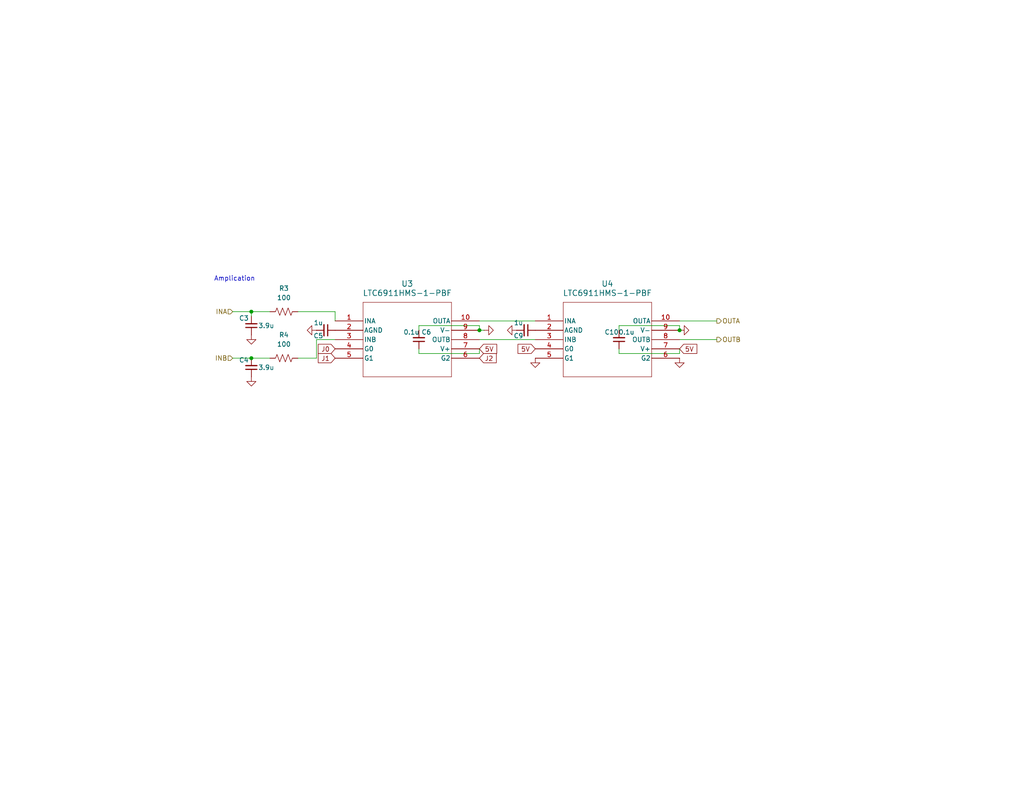
<source format=kicad_sch>
(kicad_sch (version 20231120) (generator "eeschema") (generator_version "8.0")
  (paper "USLetter")
  (title_block (title "Draco FT Amplifier and 24V Regulator ") (date "2024-11-15") (rev "1"))
  (lib_symbols
    (symbol "2024-11-14_19-40-47:LTC6911HMS-1-PBF" (pin_names (offset 0.254))
      (property "Reference" "U" (at 19.558 10.16 0))
      (property "Value" "LTC6911HMS-1-PBF" (at 19.558 7.112 0))
      (symbol "LTC6911HMS-1-PBF_1_1"
        (polyline (pts (xy 7.62 -15.24) (xy 31.75 -15.24)) (stroke (width 0.127)))
        (polyline (pts (xy 7.62 5.08) (xy 7.62 -15.24)) (stroke (width 0.127)))
        (polyline (pts (xy 31.75 -15.24) (xy 31.75 5.08)) (stroke (width 0.127)))
        (polyline (pts (xy 31.75 5.08) (xy 7.62 5.08)) (stroke (width 0.127)))
        (pin input line (at 0 0 0) (length 7.62) (name "INA") (number "1"))
        (pin output line (at 39.37 0 180) (length 7.62) (name "OUTA") (number "10"))
        (pin power_in line (at 0 -2.54 0) (length 7.62) (name "AGND") (number "2"))
        (pin input line (at 0 -5.08 0) (length 7.62) (name "INB") (number "3"))
        (pin input line (at 0 -7.62 0) (length 7.62) (name "G0") (number "4"))
        (pin input line (at 0 -10.16 0) (length 7.62) (name "G1") (number "5"))
        (pin input line (at 39.37 -10.16 180) (length 7.62) (name "G2") (number "6"))
        (pin power_in line (at 39.37 -7.62 180) (length 7.62) (name "V+") (number "7"))
        (pin output line (at 39.37 -5.08 180) (length 7.62) (name "OUTB") (number "8"))
        (pin power_in line (at 39.37 -2.54 180) (length 7.62) (name "V-") (number "9"))
      )
    )
    (symbol "Device:C_Small" (pin_numbers hide) (pin_names (offset 0.254) hide)
      (property "Reference" "C" (at 0.254 1.778 0))
      (property "Value" "C_Small" (at 0.254 -2.032 0))
      (symbol "C_Small_0_1"
        (polyline (pts (xy -1.524 -0.508) (xy 1.524 -0.508)) (stroke (width 0.3302)))
        (polyline (pts (xy -1.524 0.508) (xy 1.524 0.508)) (stroke (width 0.3048)))
      )
      (symbol "C_Small_1_1"
        (pin passive line (at 0 2.54 270) (length 2.032) (name "~") (number "1"))
        (pin passive line (at 0 -2.54 90) (length 2.032) (name "~") (number "2"))
      )
    )
    (symbol "Device:R_US" (pin_numbers hide) (pin_names (offset 0))
      (property "Reference" "R" (at 2.54 0 90))
      (property "Value" "R_US" (at -2.54 0 90))
      (symbol "R_US_0_1"
        (polyline (pts (xy 0 -2.286) (xy 0 -2.54)))
        (polyline (pts (xy 0 2.286) (xy 0 2.54)))
        (polyline (pts (xy 0 -0.762) (xy 1.016 -1.143) (xy 0 -1.524) (xy -1.016 -1.905) (xy 0 -2.286)))
        (polyline (pts (xy 0 0.762) (xy 1.016 0.381) (xy 0 0) (xy -1.016 -0.381) (xy 0 -0.762)))
        (polyline (pts (xy 0 2.286) (xy 1.016 1.905) (xy 0 1.524) (xy -1.016 1.143) (xy 0 0.762)))
      )
      (symbol "R_US_1_1"
        (pin passive line (at 0 3.81 270) (length 1.27) (name "~") (number "1"))
        (pin passive line (at 0 -3.81 90) (length 1.27) (name "~") (number "2"))
      )
    )
    (symbol "power:GND" (power) (pin_numbers hide) (pin_names (offset 0) hide)
      (property "Value" "GND" (at 0 -3.81 0))
      (symbol "GND_0_1"
        (polyline (pts (xy 0 0) (xy 0 -1.27) (xy 1.27 -1.27) (xy 0 -2.54) (xy -1.27 -1.27) (xy 0 -1.27)))
      )
      (symbol "GND_1_1"
        (pin power_in line (at 0 0 270) (length 0) (name "~") (number "1"))
      )
    )
  )
  (junction (at 68.58 97.79))
  (junction (at 185.42 90.17))
  (junction (at 130.81 90.17))
  (junction (at 68.58 85.09))
  (wire (pts (xy 114.3 96.52) (xy 114.3 95.25)))
  (wire (pts (xy 91.44 85.09) (xy 91.44 87.63)))
  (wire (pts (xy 114.3 88.9) (xy 130.81 88.9)))
  (wire (pts (xy 63.5 97.79) (xy 68.58 97.79)))
  (wire (pts (xy 130.81 90.17) (xy 132.08 90.17)))
  (wire (pts (xy 168.91 96.52) (xy 185.42 96.52)))
  (wire (pts (xy 114.3 96.52) (xy 130.81 96.52)))
  (wire (pts (xy 168.91 88.9) (xy 185.42 88.9)))
  (wire (pts (xy 130.81 87.63) (xy 146.05 87.63)))
  (wire (pts (xy 168.91 88.9) (xy 168.91 90.17)))
  (wire (pts (xy 73.66 85.09) (xy 68.58 85.09)))
  (wire (pts (xy 168.91 96.52) (xy 168.91 95.25)))
  (wire (pts (xy 81.28 97.79) (xy 86.36 97.79)))
  (wire (pts (xy 130.81 90.17) (xy 130.81 88.9)))
  (wire (pts (xy 114.3 88.9) (xy 114.3 90.17)))
  (wire (pts (xy 68.58 85.09) (xy 68.58 86.36)))
  (wire (pts (xy 185.42 92.71) (xy 195.58 92.71)))
  (wire (pts (xy 130.81 96.52) (xy 130.81 95.25)))
  (wire (pts (xy 68.58 97.79) (xy 73.66 97.79)))
  (wire (pts (xy 86.36 92.71) (xy 91.44 92.71)))
  (wire (pts (xy 185.42 96.52) (xy 185.42 95.25)))
  (wire (pts (xy 86.36 97.79) (xy 86.36 92.71)))
  (wire (pts (xy 81.28 85.09) (xy 91.44 85.09)))
  (wire (pts (xy 130.81 92.71) (xy 146.05 92.71)))
  (wire (pts (xy 68.58 85.09) (xy 63.5 85.09)))
  (wire (pts (xy 185.42 87.63) (xy 195.58 87.63)))
  (wire (pts (xy 185.42 88.9) (xy 185.42 90.17)))
  (text "Amplication" (at 64.008 76.2 0) (effects (font (size 1.27 1.27))))
  (global_label "5V" (shape input) (at 146.05 95.25 180) (property "Intersheetrefs" "${INTERSHEET_REFS}" (effects (hide yes))))
  (global_label "J1" (shape input) (at 91.44 97.79 180) (property "Intersheetrefs" "${INTERSHEET_REFS}" (effects (hide yes))))
  (global_label "5V" (shape input) (at 130.81 95.25 0) (property "Intersheetrefs" "${INTERSHEET_REFS}" (effects (hide yes))))
  (global_label "J0" (shape input) (at 91.44 95.25 180) (property "Intersheetrefs" "${INTERSHEET_REFS}" (effects (hide yes))))
  (global_label "5V" (shape input) (at 185.42 95.25 0) (property "Intersheetrefs" "${INTERSHEET_REFS}" (effects (hide yes))))
  (global_label "J2" (shape input) (at 130.81 97.79 0) (property "Intersheetrefs" "${INTERSHEET_REFS}" (effects (hide yes))))
  (hierarchical_label "OUTA" (shape output) (at 195.58 87.63 0))
  (hierarchical_label "OUTB" (shape output) (at 195.58 92.71 0))
  (hierarchical_label "INA" (shape input) (at 63.5 85.09 180))
  (hierarchical_label "INB" (shape input) (at 63.5 97.79 180))
  (symbol (lib_id "power:GND") (at 86.36 90.17 270) (unit 1)
    (property "Reference" "#PWR03" (effects (hide yes)))
    (property "Value" "GND" (effects (hide yes)))
    (property "Description" "Power symbol creates a global label with name \"GND\" , ground" (effects (hide yes)))
    (instances (project "Draco_FT_Amp_2024" (path "" (reference "#PWR03") (unit 1)) (path "" (reference "#PWR041") (unit 1)) (path "" (reference "#PWR014") (unit 1))))
  )
  (symbol (lib_id "2024-11-14_19-40-47:LTC6911HMS-1-PBF") (at 91.44 87.63 0) (unit 1)
    (property "Reference" "U3" (at 111.125 77.47 0) (effects (font (size 1.524 1.524))))
    (property "Value" "LTC6911HMS-1-PBF" (at 111.125 80.01 0) (effects (font (size 1.524 1.524))))
    (property "Footprint" "LTC6911-1:MSOP-10_MS_LIT" (effects (hide yes)))
    (property "Datasheet" "https://www.analog.com/media/en/technical-documentation/data-sheets/691112fs.pdf" (effects (hide yes)))
    (property "Digikey" "https://www.digikey.com/short/719qv5hm" (effects (hide yes)))
    (instances (project "Draco_FT_Amp_2024" (path "" (reference "U3") (unit 1)) (path "" (reference "U1") (unit 1)) (path "" (reference "U5") (unit 1))))
  )
  (symbol (lib_id "Device:C_Small") (at 68.58 100.33 180) (unit 1)
    (property "Reference" "C4" (at 66.548 98.298 0))
    (property "Value" "3.9u" (at 72.644 100.33 0))
    (property "Footprint" "Capacitor_SMD:C_1206_3216Metric_Pad1.33x1.80mm_HandSolder" (effects (hide yes)))
    (property "Description" "Unpolarized capacitor, small symbol" (effects (hide yes)))
    (property "Digikey" "https://www.digikey.com/short/3q17r787" (effects (hide yes)))
    (instances (project "Draco_FT_Amp_2024" (path "" (reference "C4") (unit 1)) (path "" (reference "C2") (unit 1)) (path "" (reference "C12") (unit 1))))
  )
  (symbol (lib_id "power:GND") (at 132.08 90.17 90) (unit 1)
    (property "Reference" "#PWR04" (effects (hide yes)))
    (property "Value" "GND" (effects (hide yes)))
    (property "Description" "Power symbol creates a global label with name \"GND\" , ground" (effects (hide yes)))
    (instances (project "Draco_FT_Amp_2024" (path "" (reference "#PWR04") (unit 1)) (path "" (reference "#PWR042") (unit 1)) (path "" (reference "#PWR015") (unit 1))))
  )
  (symbol (lib_id "power:GND") (at 68.58 91.44 0) (unit 1)
    (property "Reference" "#PWR01" (effects (hide yes)))
    (property "Value" "GND" (effects (hide yes)))
    (property "Description" "Power symbol creates a global label with name \"GND\" , ground" (effects (hide yes)))
    (instances (project "Draco_FT_Amp_2024" (path "" (reference "#PWR01") (unit 1)) (path "" (reference "#PWR040") (unit 1)) (path "" (reference "#PWR011") (unit 1))))
  )
  (symbol (lib_id "Device:R_US") (at 77.47 97.79 90) (unit 1)
    (property "Reference" "R4" (at 77.47 91.44 90))
    (property "Value" "100" (at 77.47 93.98 90))
    (property "Footprint" "Resistor_SMD:R_0402_1005Metric" (effects (hide yes)))
    (property "Description" "Resistor, US symbol" (effects (hide yes)))
    (property "Digikey" "https://www.digikey.com/short/pd5z49h2" (effects (hide yes)))
    (instances (project "Draco_FT_Amp_2024" (path "" (reference "R4") (unit 1)) (path "" (reference "R2") (unit 1)) (path "" (reference "R6") (unit 1))))
  )
  (symbol (lib_id "Device:C_Small") (at 68.58 88.9 180) (unit 1)
    (property "Reference" "C3" (at 66.548 86.868 0))
    (property "Value" "3.9u" (at 72.644 88.9 0))
    (property "Footprint" "Capacitor_SMD:C_1206_3216Metric_Pad1.33x1.80mm_HandSolder" (effects (hide yes)))
    (property "Description" "Unpolarized capacitor, small symbol" (effects (hide yes)))
    (property "Digikey" "https://www.digikey.com/short/3q17r787" (effects (hide yes)))
    (instances (project "Draco_FT_Amp_2024" (path "" (reference "C3") (unit 1)) (path "" (reference "C1") (unit 1)) (path "" (reference "C11") (unit 1))))
  )
  (symbol (lib_id "Device:C_Small") (at 114.3 92.71 0) (mirror x) (unit 1)
    (property "Reference" "C6" (at 116.332 90.678 0))
    (property "Value" "0.1u" (at 112.268 90.678 0))
    (property "Footprint" "Capacitor_SMD:C_0402_1005Metric" (effects (hide yes)))
    (property "Description" "1 µF ±10% 16V Ceramic Capacitor X7R 0603 (1608 Metric)" (effects (hide yes)))
    (property "Digikey" "https://www.digikey.com/short/jb4j278t" (effects (hide yes)))
    (instances (project "Draco_FT_Amp_2024" (path "" (reference "C6") (unit 1)) (path "" (reference "C32") (unit 1)) (path "" (reference "C14") (unit 1))))
  )
  (symbol (lib_id "Device:R_US") (at 77.47 85.09 90) (unit 1)
    (property "Reference" "R3" (at 77.47 78.74 90))
    (property "Value" "100" (at 77.47 81.28 90))
    (property "Footprint" "Resistor_SMD:R_0402_1005Metric" (effects (hide yes)))
    (property "Description" "Resistor, US symbol" (effects (hide yes)))
    (property "Digikey" "https://www.digikey.com/short/pd5z49h2" (effects (hide yes)))
    (instances (project "Draco_FT_Amp_2024" (path "" (reference "R3") (unit 1)) (path "" (reference "R1") (unit 1)) (path "" (reference "R5") (unit 1))))
  )
  (symbol (lib_id "Device:C_Small") (at 168.91 92.71 180) (unit 1)
    (property "Reference" "C10" (at 166.878 90.678 0))
    (property "Value" "0.1u" (at 170.942 90.678 0))
    (property "Footprint" "Capacitor_SMD:C_0402_1005Metric" (effects (hide yes)))
    (property "Description" "1 µF ±10% 16V Ceramic Capacitor X7R 0603 (1608 Metric)" (effects (hide yes)))
    (property "Digikey" "https://www.digikey.com/short/jb4j278t" (effects (hide yes)))
    (instances (project "Draco_FT_Amp_2024" (path "" (reference "C10") (unit 1)) (path "" (reference "C34") (unit 1)) (path "" (reference "C18") (unit 1))))
  )
  (symbol (lib_id "Device:C_Small") (at 143.51 90.17 270) (unit 1)
    (property "Reference" "C9" (at 141.478 91.694 90))
    (property "Value" "1u" (at 141.478 88.138 90))
    (property "Footprint" "Capacitor_SMD:C_0603_1608Metric" (effects (hide yes)))
    (property "Description" "CAP CER 1UF 50V X5R 0603" (effects (hide yes)))
    (property "Digikey" "https://www.digikey.com/short/392pt183" (effects (hide yes)))
    (instances (project "Draco_FT_Amp_2024" (path "" (reference "C9") (unit 1)) (path "" (reference "C33") (unit 1)) (path "" (reference "C16") (unit 1))))
  )
  (symbol (lib_id "power:GND") (at 140.97 90.17 270) (unit 1)
    (property "Reference" "#PWR05" (effects (hide yes)))
    (property "Value" "GND" (effects (hide yes)))
    (property "Description" "Power symbol creates a global label with name \"GND\" , ground" (effects (hide yes)))
    (instances (project "Draco_FT_Amp_2024" (path "" (reference "#PWR05") (unit 1)) (path "" (reference "#PWR043") (unit 1)) (path "" (reference "#PWR016") (unit 1))))
  )
  (symbol (lib_id "power:GND") (at 185.42 90.17 90) (unit 1)
    (property "Reference" "#PWR09" (effects (hide yes)))
    (property "Value" "GND" (effects (hide yes)))
    (property "Description" "Power symbol creates a global label with name \"GND\" , ground" (effects (hide yes)))
    (instances (project "Draco_FT_Amp_2024" (path "" (reference "#PWR09") (unit 1)) (path "" (reference "#PWR045") (unit 1)) (path "" (reference "#PWR018") (unit 1))))
  )
  (symbol (lib_id "power:GND") (at 185.42 97.79 0) (unit 1)
    (property "Reference" "#PWR010" (effects (hide yes)))
    (property "Value" "GND" (effects (hide yes)))
    (property "Description" "Power symbol creates a global label with name \"GND\" , ground" (effects (hide yes)))
    (instances (project "Draco_FT_Amp_2024" (path "" (reference "#PWR010") (unit 1)) (path "" (reference "#PWR046") (unit 1)) (path "" (reference "#PWR020") (unit 1))))
  )
  (symbol (lib_id "power:GND") (at 146.05 97.79 0) (unit 1)
    (property "Reference" "#PWR06" (effects (hide yes)))
    (property "Value" "GND" (effects (hide yes)))
    (property "Description" "Power symbol creates a global label with name \"GND\" , ground" (effects (hide yes)))
    (instances (project "Draco_FT_Amp_2024" (path "" (reference "#PWR06") (unit 1)) (path "" (reference "#PWR044") (unit 1)) (path "" (reference "#PWR017") (unit 1))))
  )
  (symbol (lib_id "power:GND") (at 68.58 102.87 0) (unit 1)
    (property "Reference" "#PWR02" (effects (hide yes)))
    (property "Value" "GND" (effects (hide yes)))
    (property "Description" "Power symbol creates a global label with name \"GND\" , ground" (effects (hide yes)))
    (instances (project "Draco_FT_Amp_2024" (path "" (reference "#PWR02") (unit 1)) (path "" (reference "#PWR047") (unit 1)) (path "" (reference "#PWR013") (unit 1))))
  )
  (symbol (lib_id "2024-11-14_19-40-47:LTC6911HMS-1-PBF") (at 146.05 87.63 0) (unit 1)
    (property "Reference" "U4" (at 165.735 77.47 0) (effects (font (size 1.524 1.524))))
    (property "Value" "LTC6911HMS-1-PBF" (at 165.735 80.01 0) (effects (font (size 1.524 1.524))))
    (property "Footprint" "LTC6911-1:MSOP-10_MS_LIT" (effects (hide yes)))
    (property "Datasheet" "https://www.analog.com/media/en/technical-documentation/data-sheets/691112fs.pdf" (effects (hide yes)))
    (property "Digikey" "https://www.digikey.com/short/719qv5hm" (effects (hide yes)))
    (instances (project "Draco_FT_Amp_2024" (path "" (reference "U4") (unit 1)) (path "" (reference "U2") (unit 1)) (path "" (reference "U6") (unit 1))))
  )
  (symbol (lib_id "Device:C_Small") (at 88.9 90.17 270) (unit 1)
    (property "Reference" "C5" (at 86.868 91.694 90))
    (property "Value" "1u" (at 86.868 88.138 90))
    (property "Footprint" "Capacitor_SMD:C_0603_1608Metric" (effects (hide yes)))
    (property "Description" "CAP CER 1UF 50V X5R 0603" (effects (hide yes)))
    (property "Digikey" "https://www.digikey.com/short/392pt183" (effects (hide yes)))
    (instances (project "Draco_FT_Amp_2024" (path "" (reference "C5") (unit 1)) (path "" (reference "C31") (unit 1)) (path "" (reference "C13") (unit 1))))
  )
)
</source>
